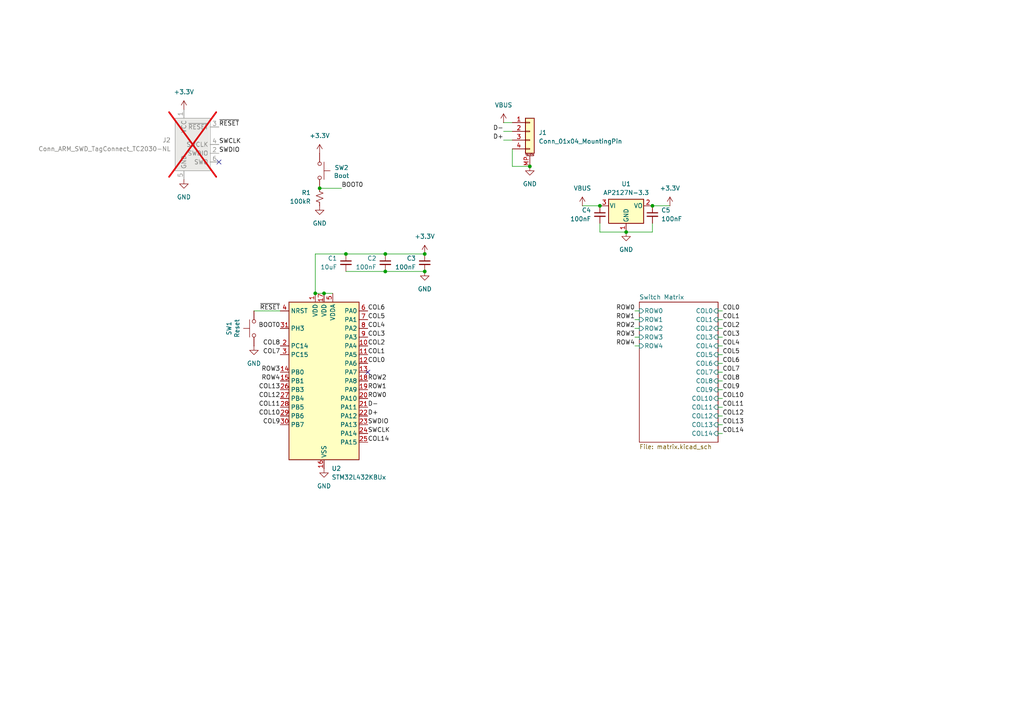
<source format=kicad_sch>
(kicad_sch (version 20231120) (generator "eeschema") (generator_version "8.0")
  (paper "A4")
  (title_block (title "Bakeneko 65 V3") (date "2020-08-01") (rev "1") (comment 1 "Copyright © 2020 kkatano") (comment 2 "MIT License"))
  (lib_symbols
    (symbol "Connector:Conn_ARM_SWD_TagConnect_TC2030-NL" (in_bom no)
      (property "Reference" "J" (at 2.54 11.43 0))
      (property "Value" "Conn_ARM_SWD_TagConnect_TC2030-NL" (at 2.54 8.89 0))
      (symbol "Conn_ARM_SWD_TagConnect_TC2030-NL_0_0"
        (pin power_in line (at -2.54 10.16 270) (length 2.54) (name "VCC") (number "1"))
        (pin bidirectional line (at 7.62 -2.54 180) (length 2.54) (name "SWDIO") (number "2"))
        (pin open_collector line (at 7.62 5.08 180) (length 2.54) (name "~{RESET}") (number "3"))
        (pin output line (at 7.62 0 180) (length 2.54) (name "SWCLK") (number "4"))
        (pin power_in line (at -2.54 -10.16 90) (length 2.54) (name "GND") (number "5"))
        (pin input line (at 7.62 -5.08 180) (length 2.54) (name "SWO") (number "6"))
      )
      (symbol "Conn_ARM_SWD_TagConnect_TC2030-NL_0_1"
        (rectangle (start -5.08 7.62) (end 5.08 -7.62) (fill (type background)))
      )
    )
    (symbol "Connector_Generic_MountingPin:Conn_01x04_MountingPin" (pin_names (offset 1.016) hide)
      (property "Reference" "J" (at 0 5.08 0))
      (property "Value" "Conn_01x04_MountingPin" (at 1.27 -7.62 0))
      (symbol "Conn_01x04_MountingPin_1_1"
        (rectangle (start -1.27 -4.953) (end 0 -5.207) (stroke (width 0.1524)))
        (rectangle (start -1.27 -2.413) (end 0 -2.667) (stroke (width 0.1524)))
        (rectangle (start -1.27 0.127) (end 0 -0.127) (stroke (width 0.1524)))
        (rectangle (start -1.27 2.667) (end 0 2.413) (stroke (width 0.1524)))
        (rectangle (start -1.27 3.81) (end 1.27 -6.35) (stroke (width 0.254)) (fill (type background)))
        (polyline (pts (xy -1.016 -7.112) (xy 1.016 -7.112)) (stroke (width 0.1524)))
        (text "Mounting" (at 0 -6.731 0) (effects (font (size 0.381 0.381))))
        (pin passive line (at -5.08 2.54 0) (length 3.81) (name "Pin_1") (number "1"))
        (pin passive line (at -5.08 0 0) (length 3.81) (name "Pin_2") (number "2"))
        (pin passive line (at -5.08 -2.54 0) (length 3.81) (name "Pin_3") (number "3"))
        (pin passive line (at -5.08 -5.08 0) (length 3.81) (name "Pin_4") (number "4"))
        (pin passive line (at 0 -10.16 90) (length 3.048) (name "MountPin") (number "MP"))
      )
    )
    (symbol "Device:C_Small" (pin_numbers hide) (pin_names (offset 0.254) hide)
      (property "Reference" "C" (at 0.254 1.778 0))
      (property "Value" "C_Small" (at 0.254 -2.032 0))
      (symbol "C_Small_0_1"
        (polyline (pts (xy -1.524 -0.508) (xy 1.524 -0.508)) (stroke (width 0.3302)))
        (polyline (pts (xy -1.524 0.508) (xy 1.524 0.508)) (stroke (width 0.3048)))
      )
      (symbol "C_Small_1_1"
        (pin passive line (at 0 2.54 270) (length 2.032) (name "~") (number "1"))
        (pin passive line (at 0 -2.54 90) (length 2.032) (name "~") (number "2"))
      )
    )
    (symbol "Device:R_Small_US" (pin_numbers hide) (pin_names (offset 0.254) hide)
      (property "Reference" "R" (at 0.762 0.508 0))
      (property "Value" "R_Small_US" (at 0.762 -1.016 0))
      (symbol "R_Small_US_1_1"
        (polyline (pts (xy 0 0) (xy 1.016 -0.381) (xy 0 -0.762) (xy -1.016 -1.143) (xy 0 -1.524)))
        (polyline (pts (xy 0 1.524) (xy 1.016 1.143) (xy 0 0.762) (xy -1.016 0.381) (xy 0 0)))
        (pin passive line (at 0 2.54 270) (length 1.016) (name "~") (number "1"))
        (pin passive line (at 0 -2.54 90) (length 1.016) (name "~") (number "2"))
      )
    )
    (symbol "MCU_ST_STM32L4:STM32L432KBUx"
      (property "Reference" "U" (at -10.16 24.13 0))
      (property "Value" "STM32L432KBUx" (at 5.08 24.13 0))
      (symbol "STM32L432KBUx_0_1"
        (rectangle (start -10.16 -22.86) (end 10.16 22.86) (stroke (width 0.254)) (fill (type background)))
      )
      (symbol "STM32L432KBUx_1_1"
        (pin power_in line (at -2.54 25.4 270) (length 2.54) (name "VDD") (number "1"))
        (pin bidirectional line (at 12.7 10.16 180) (length 2.54) (name "PA4") (number "10"))
        (pin bidirectional line (at 12.7 7.62 180) (length 2.54) (name "PA5") (number "11"))
        (pin bidirectional line (at 12.7 5.08 180) (length 2.54) (name "PA6") (number "12"))
        (pin bidirectional line (at 12.7 2.54 180) (length 2.54) (name "PA7") (number "13"))
        (pin bidirectional line (at -12.7 2.54 0) (length 2.54) (name "PB0") (number "14"))
        (pin bidirectional line (at -12.7 0 0) (length 2.54) (name "PB1") (number "15"))
        (pin power_in line (at 0 -25.4 90) (length 2.54) (name "VSS") (number "16"))
        (pin power_in line (at 0 25.4 270) (length 2.54) (name "VDD") (number "17"))
        (pin bidirectional line (at 12.7 0 180) (length 2.54) (name "PA8") (number "18"))
        (pin bidirectional line (at 12.7 -2.54 180) (length 2.54) (name "PA9") (number "19"))
        (pin bidirectional line (at -12.7 10.16 0) (length 2.54) (name "PC14") (number "2"))
        (pin bidirectional line (at 12.7 -5.08 180) (length 2.54) (name "PA10") (number "20"))
        (pin bidirectional line (at 12.7 -7.62 180) (length 2.54) (name "PA11") (number "21"))
        (pin bidirectional line (at 12.7 -10.16 180) (length 2.54) (name "PA12") (number "22"))
        (pin bidirectional line (at 12.7 -12.7 180) (length 2.54) (name "PA13") (number "23"))
        (pin bidirectional line (at 12.7 -15.24 180) (length 2.54) (name "PA14") (number "24"))
        (pin bidirectional line (at 12.7 -17.78 180) (length 2.54) (name "PA15") (number "25"))
        (pin bidirectional line (at -12.7 -2.54 0) (length 2.54) (name "PB3") (number "26"))
        (pin bidirectional line (at -12.7 -5.08 0) (length 2.54) (name "PB4") (number "27"))
        (pin bidirectional line (at -12.7 -7.62 0) (length 2.54) (name "PB5") (number "28"))
        (pin bidirectional line (at -12.7 -10.16 0) (length 2.54) (name "PB6") (number "29"))
        (pin bidirectional line (at -12.7 7.62 0) (length 2.54) (name "PC15") (number "3"))
        (pin bidirectional line (at -12.7 -12.7 0) (length 2.54) (name "PB7") (number "30"))
        (pin bidirectional line (at -12.7 15.24 0) (length 2.54) (name "PH3") (number "31"))
        (pin passive line (at 0 -25.4 90) (length 2.54) hide (name "VSS") (number "32"))
        (pin passive line (at 0 -25.4 90) (length 2.54) hide (name "VSS") (number "33"))
        (pin input line (at -12.7 20.32 0) (length 2.54) (name "NRST") (number "4"))
        (pin power_in line (at 2.54 25.4 270) (length 2.54) (name "VDDA") (number "5"))
        (pin bidirectional line (at 12.7 20.32 180) (length 2.54) (name "PA0") (number "6"))
        (pin bidirectional line (at 12.7 17.78 180) (length 2.54) (name "PA1") (number "7"))
        (pin bidirectional line (at 12.7 15.24 180) (length 2.54) (name "PA2") (number "8"))
        (pin bidirectional line (at 12.7 12.7 180) (length 2.54) (name "PA3") (number "9"))
      )
    )
    (symbol "Regulator_Linear:AP2127N-3.3" (pin_names (offset 0.254))
      (property "Reference" "U" (at -3.81 3.175 0))
      (property "Value" "AP2127N-3.3" (at 0 3.175 0))
      (symbol "AP2127N-3.3_0_1"
        (rectangle (start -5.08 1.905) (end 5.08 -5.08) (stroke (width 0.254)) (fill (type background)))
      )
      (symbol "AP2127N-3.3_1_1"
        (pin power_in line (at 0 -7.62 90) (length 2.54) (name "GND") (number "1"))
        (pin power_out line (at 7.62 0 180) (length 2.54) (name "VO") (number "2"))
        (pin power_in line (at -7.62 0 0) (length 2.54) (name "VI") (number "3"))
      )
    )
    (symbol "Switch:SW_Push" (pin_numbers hide) (pin_names (offset 1.016) hide)
      (property "Reference" "SW" (at 1.27 2.54 0))
      (property "Value" "SW_Push" (at 0 -1.524 0))
      (symbol "SW_Push_0_1"
        (circle (center -2.032 0) (radius 0.508))
        (polyline (pts (xy 0 1.27) (xy 0 3.048)))
        (polyline (pts (xy 2.54 1.27) (xy -2.54 1.27)))
        (circle (center 2.032 0) (radius 0.508))
        (pin passive line (at -5.08 0 0) (length 2.54) (name "1") (number "1"))
        (pin passive line (at 5.08 0 180) (length 2.54) (name "2") (number "2"))
      )
    )
    (symbol "power:+3.3V" (power) (pin_numbers hide) (pin_names (offset 0) hide)
      (property "Value" "+3.3V" (at 0 3.556 0))
      (symbol "+3.3V_0_1"
        (polyline (pts (xy -0.762 1.27) (xy 0 2.54)))
        (polyline (pts (xy 0 0) (xy 0 2.54)))
        (polyline (pts (xy 0 2.54) (xy 0.762 1.27)))
      )
      (symbol "+3.3V_1_1"
        (pin power_in line (at 0 0 90) (length 0) (name "~") (number "1"))
      )
    )
    (symbol "power:GND" (power) (pin_numbers hide) (pin_names (offset 0) hide)
      (property "Value" "GND" (at 0 -3.81 0))
      (symbol "GND_0_1"
        (polyline (pts (xy 0 0) (xy 0 -1.27) (xy 1.27 -1.27) (xy 0 -2.54) (xy -1.27 -1.27) (xy 0 -1.27)))
      )
      (symbol "GND_1_1"
        (pin power_in line (at 0 0 270) (length 0) (name "~") (number "1"))
      )
    )
    (symbol "power:VBUS" (power) (pin_numbers hide) (pin_names (offset 0) hide)
      (property "Value" "VBUS" (at 0 3.556 0))
      (symbol "VBUS_0_1"
        (polyline (pts (xy -0.762 1.27) (xy 0 2.54)))
        (polyline (pts (xy 0 0) (xy 0 2.54)))
        (polyline (pts (xy 0 2.54) (xy 0.762 1.27)))
      )
      (symbol "VBUS_1_1"
        (pin power_in line (at 0 0 90) (length 0) (name "~") (number "1"))
      )
    )
  )
  (junction (at 153.67 48.26))
  (junction (at 91.44 85.09))
  (junction (at 93.98 85.09))
  (junction (at 181.61 67.31))
  (junction (at 123.19 78.74))
  (junction (at 123.19 73.66))
  (junction (at 189.23 59.69))
  (junction (at 111.76 78.74))
  (junction (at 100.33 73.66))
  (junction (at 111.76 73.66))
  (junction (at 92.71 54.61))
  (junction (at 173.99 59.69))
  (no_connect (at 63.5 46.99))
  (no_connect (at 106.68 107.95))
  (wire (pts (xy 184.15 100.33) (xy 185.42 100.33)))
  (wire (pts (xy 173.99 64.77) (xy 173.99 67.31)))
  (wire (pts (xy 209.55 97.79) (xy 208.28 97.79)))
  (wire (pts (xy 209.55 118.11) (xy 208.28 118.11)))
  (wire (pts (xy 209.55 125.73) (xy 208.28 125.73)))
  (wire (pts (xy 189.23 67.31) (xy 189.23 64.77)))
  (wire (pts (xy 184.15 97.79) (xy 185.42 97.79)))
  (wire (pts (xy 209.55 95.25) (xy 208.28 95.25)))
  (wire (pts (xy 111.76 78.74) (xy 123.19 78.74)))
  (wire (pts (xy 209.55 107.95) (xy 208.28 107.95)))
  (wire (pts (xy 173.99 67.31) (xy 181.61 67.31)))
  (wire (pts (xy 209.55 110.49) (xy 208.28 110.49)))
  (wire (pts (xy 209.55 120.65) (xy 208.28 120.65)))
  (wire (pts (xy 111.76 73.66) (xy 123.19 73.66)))
  (wire (pts (xy 148.59 43.18) (xy 148.59 48.26)))
  (wire (pts (xy 168.91 59.69) (xy 173.99 59.69)))
  (wire (pts (xy 189.23 59.69) (xy 194.31 59.69)))
  (wire (pts (xy 100.33 73.66) (xy 91.44 73.66)))
  (wire (pts (xy 91.44 85.09) (xy 93.98 85.09)))
  (wire (pts (xy 100.33 73.66) (xy 111.76 73.66)))
  (wire (pts (xy 184.15 92.71) (xy 185.42 92.71)))
  (wire (pts (xy 148.59 48.26) (xy 153.67 48.26)))
  (wire (pts (xy 209.55 115.57) (xy 208.28 115.57)))
  (wire (pts (xy 100.33 78.74) (xy 111.76 78.74)))
  (wire (pts (xy 92.71 54.61) (xy 99.06 54.61)))
  (wire (pts (xy 146.05 35.56) (xy 148.59 35.56)))
  (wire (pts (xy 146.05 38.1) (xy 148.59 38.1)))
  (wire (pts (xy 209.55 113.03) (xy 208.28 113.03)))
  (wire (pts (xy 93.98 85.09) (xy 96.52 85.09)))
  (wire (pts (xy 73.66 90.17) (xy 81.28 90.17)))
  (wire (pts (xy 91.44 73.66) (xy 91.44 85.09)))
  (wire (pts (xy 148.59 40.64) (xy 146.05 40.64)))
  (wire (pts (xy 209.55 92.71) (xy 208.28 92.71)))
  (wire (pts (xy 184.15 90.17) (xy 185.42 90.17)))
  (wire (pts (xy 209.55 100.33) (xy 208.28 100.33)))
  (wire (pts (xy 209.55 90.17) (xy 208.28 90.17)))
  (wire (pts (xy 181.61 67.31) (xy 189.23 67.31)))
  (wire (pts (xy 209.55 123.19) (xy 208.28 123.19)))
  (wire (pts (xy 209.55 105.41) (xy 208.28 105.41)))
  (wire (pts (xy 184.15 95.25) (xy 185.42 95.25)))
  (wire (pts (xy 209.55 102.87) (xy 208.28 102.87)))
  (label "COL2" (at 106.68 100.33 0))
  (label "COL0" (at 106.68 105.41 0))
  (label "SWCLK" (at 106.68 125.73 0))
  (label "COL11" (at 209.55 118.11 0))
  (label "COL12" (at 209.55 120.65 0))
  (label "COL14" (at 106.68 128.27 0))
  (label "COL7" (at 81.28 102.87 180))
  (label "COL10" (at 209.55 115.57 0))
  (label "COL11" (at 81.28 118.11 180))
  (label "ROW1" (at 106.68 113.03 0))
  (label "D+" (at 146.05 40.64 180))
  (label "COL2" (at 209.55 95.25 0))
  (label "COL12" (at 81.28 115.57 180))
  (label "COL6" (at 106.68 90.17 0))
  (label "COL0" (at 209.55 90.17 0))
  (label "BOOT0" (at 99.06 54.61 0))
  (label "ROW4" (at 184.15 100.33 180))
  (label "SWDIO" (at 106.68 123.19 0))
  (label "COL9" (at 81.28 123.19 180))
  (label "COL13" (at 81.28 113.03 180))
  (label "COL8" (at 209.55 110.49 0))
  (label "ROW2" (at 106.68 110.49 0))
  (label "COL5" (at 209.55 102.87 0))
  (label "ROW2" (at 184.15 95.25 180))
  (label "SWDIO" (at 63.5 44.45 0))
  (label "COL6" (at 209.55 105.41 0))
  (label "COL3" (at 106.68 97.79 0))
  (label "COL9" (at 209.55 113.03 0))
  (label "D+" (at 106.68 120.65 0))
  (label "SWCLK" (at 63.5 41.91 0))
  (label "COL8" (at 81.28 100.33 180))
  (label "ROW1" (at 184.15 92.71 180))
  (label "ROW4" (at 81.28 110.49 180))
  (label "D-" (at 106.68 118.11 0))
  (label "~{RESET}" (at 63.5 36.83 0))
  (label "ROW0" (at 106.68 115.57 0))
  (label "COL1" (at 209.55 92.71 0))
  (label "COL4" (at 106.68 95.25 0))
  (label "D-" (at 146.05 38.1 180))
  (label "ROW3" (at 81.28 107.95 180))
  (label "BOOT0" (at 81.28 95.25 180))
  (label "COL3" (at 209.55 97.79 0))
  (label "ROW3" (at 184.15 97.79 180))
  (label "~{RESET}" (at 81.28 90.17 180))
  (label "COL5" (at 106.68 92.71 0))
  (label "COL4" (at 209.55 100.33 0))
  (label "COL7" (at 209.55 107.95 0))
  (label "COL10" (at 81.28 120.65 180))
  (label "COL1" (at 106.68 102.87 0))
  (label "COL13" (at 209.55 123.19 0))
  (label "COL14" (at 209.55 125.73 0))
  (label "ROW0" (at 184.15 90.17 180))
  (symbol (lib_id "Switch:SW_Push") (at 92.71 49.53 270) (mirror x) (unit 1)
    (property "Reference" "SW2" (at 99.06 48.641 90))
    (property "Value" "Boot" (at 99.06 50.9524 90))
    (property "Footprint" "Button_Switch_SMD:SW_SPST_TL3342" (effects (hide yes)))
    (property "Description" "Push button switch, generic, two pins" (effects (hide yes)))
    (property "LCSC" "C318884" (effects (hide yes)))
  )
  (symbol (lib_id "Device:C_Small") (at 123.19 76.2 0) (unit 1)
    (property "Reference" "C3" (at 120.65 74.9362 0) (effects (justify right)))
    (property "Value" "100nF" (at 120.65 77.4762 0) (effects (justify right)))
    (property "Footprint" "Capacitor_SMD:C_0402_1005Metric" (effects (hide yes)))
    (property "Description" "Unpolarized capacitor, small symbol" (effects (hide yes)))
    (property "LCSC" "C1525" (effects (hide yes)))
  )
  (symbol (lib_id "Connector_Generic_MountingPin:Conn_01x04_MountingPin") (at 153.67 38.1 0) (unit 1)
    (property "Reference" "J1" (at 156.21 38.4555 0) (effects (justify left)))
    (property "Value" "Conn_01x04_MountingPin" (at 156.21 40.9955 0) (effects (justify left)))
    (property "Footprint" "Connector_JST:JST_SH_SM04B-SRSS-TB_1x04-1MP_P1.00mm_Horizontal" (effects (hide yes)))
    (property "Description" "Generic connectable mounting pin connector, single row, 01x04, script generated (kicad-library-utils/schlib/autogen/connector/)" (effects (hide yes)))
    (property "LCSC" "C160404" (effects (hide yes)))
  )
  (symbol (lib_id "Switch:SW_Push") (at 73.66 95.25 90) (unit 1)
    (property "Reference" "SW1" (at 66.421 95.25 0))
    (property "Value" "Reset" (at 68.7324 95.25 0))
    (property "Footprint" "Button_Switch_SMD:SW_SPST_TL3342" (effects (hide yes)))
    (property "Description" "Push button switch, generic, two pins" (effects (hide yes)))
    (property "LCSC" "C318884" (effects (hide yes)))
  )
  (symbol (lib_id "MCU_ST_STM32L4:STM32L432KBUx") (at 93.98 110.49 0) (unit 1)
    (property "Reference" "U2" (at 96.1741 135.89 0) (effects (justify left)))
    (property "Value" "STM32L432KBUx" (at 96.1741 138.43 0) (effects (justify left)))
    (property "Footprint" "Package_DFN_QFN:QFN-32-1EP_5x5mm_P0.5mm_EP3.45x3.45mm_ThermalVias" (effects (hide yes)))
    (property "Datasheet" "https://www.st.com/resource/en/datasheet/stm32l432kb.pdf" (effects (hide yes)))
    (property "Description" "STMicroelectronics Arm Cortex-M4 MCU, 128KB flash, 64KB RAM, 80 MHz, 1.71-3.6V, 26 GPIO, UFQFPN32" (effects (hide yes)))
    (property "LCSC" "C94784" (effects (hide yes)))
  )
  (symbol (lib_id "power:GND") (at 123.19 78.74 0) (unit 1)
    (property "Reference" "#PWR012" (effects (hide yes)))
    (property "Value" "GND" (at 123.19 83.82 0))
    (property "Description" "Power symbol creates a global label with name \"GND\" , ground" (effects (hide yes)))
  )
  (symbol (lib_id "power:GND") (at 53.34 52.07 0) (unit 1)
    (property "Reference" "#PWR06" (effects (hide yes)))
    (property "Value" "GND" (at 53.34 57.15 0))
    (property "Description" "Power symbol creates a global label with name \"GND\" , ground" (effects (hide yes)))
  )
  (symbol (lib_id "Device:C_Small") (at 111.76 76.2 0) (unit 1)
    (property "Reference" "C2" (at 109.22 74.9362 0) (effects (justify right)))
    (property "Value" "100nF" (at 109.22 77.4762 0) (effects (justify right)))
    (property "Footprint" "Capacitor_SMD:C_0402_1005Metric" (effects (hide yes)))
    (property "Description" "Unpolarized capacitor, small symbol" (effects (hide yes)))
    (property "LCSC" "C1525" (effects (hide yes)))
  )
  (symbol (lib_id "Device:C_Small") (at 100.33 76.2 0) (unit 1)
    (property "Reference" "C1" (at 97.79 74.9362 0) (effects (justify right)))
    (property "Value" "10uF" (at 97.79 77.4762 0) (effects (justify right)))
    (property "Footprint" "Capacitor_SMD:C_0402_1005Metric" (effects (hide yes)))
    (property "Description" "Unpolarized capacitor, small symbol" (effects (hide yes)))
    (property "LCSC" "C15525" (effects (hide yes)))
  )
  (symbol (lib_id "power:+3.3V") (at 123.19 73.66 0) (unit 1)
    (property "Reference" "#PWR07" (effects (hide yes)))
    (property "Value" "+3.3V" (at 123.19 68.58 0))
    (property "Description" "Power symbol creates a global label with name \"+3.3V\"" (effects (hide yes)))
  )
  (symbol (lib_id "Device:C_Small") (at 189.23 62.23 0) (mirror y) (unit 1)
    (property "Reference" "C5" (at 191.77 60.9662 0) (effects (justify right)))
    (property "Value" "100nF" (at 191.77 63.5062 0) (effects (justify right)))
    (property "Footprint" "Capacitor_SMD:C_0402_1005Metric" (effects (hide yes)))
    (property "Description" "Unpolarized capacitor, small symbol" (effects (hide yes)))
    (property "LCSC" "C1525" (effects (hide yes)))
  )
  (symbol (lib_id "power:+3.3V") (at 92.71 44.45 0) (mirror y) (unit 1)
    (property "Reference" "#PWR011" (effects (hide yes)))
    (property "Value" "+3.3V" (at 92.71 39.37 0))
    (property "Description" "Power symbol creates a global label with name \"+3.3V\"" (effects (hide yes)))
  )
  (symbol (lib_id "power:GND") (at 153.67 48.26 0) (unit 1)
    (property "Reference" "#PWR01" (effects (hide yes)))
    (property "Value" "GND" (at 153.67 53.34 0))
    (property "Description" "Power symbol creates a global label with name \"GND\" , ground" (effects (hide yes)))
  )
  (symbol (lib_id "power:GND") (at 181.61 67.31 0) (unit 1)
    (property "Reference" "#PWR02" (effects (hide yes)))
    (property "Value" "GND" (at 181.61 72.39 0))
    (property "Description" "Power symbol creates a global label with name \"GND\" , ground" (effects (hide yes)))
  )
  (symbol (lib_id "power:+3.3V") (at 194.31 59.69 0) (unit 1)
    (property "Reference" "#PWR04" (effects (hide yes)))
    (property "Value" "+3.3V" (at 194.31 54.61 0))
    (property "Description" "Power symbol creates a global label with name \"+3.3V\"" (effects (hide yes)))
  )
  (symbol (lib_id "power:GND") (at 93.98 135.89 0) (unit 1)
    (property "Reference" "#PWR013" (effects (hide yes)))
    (property "Value" "GND" (at 93.98 140.97 0))
    (property "Description" "Power symbol creates a global label with name \"GND\" , ground" (effects (hide yes)))
  )
  (symbol (lib_id "power:+3.3V") (at 53.34 31.75 0) (unit 1)
    (property "Reference" "#PWR05" (effects (hide yes)))
    (property "Value" "+3.3V" (at 53.34 26.67 0))
    (property "Description" "Power symbol creates a global label with name \"+3.3V\"" (effects (hide yes)))
  )
  (symbol (lib_id "Connector:Conn_ARM_SWD_TagConnect_TC2030-NL") (at 55.88 41.91 0) (unit 1) (in_bom no) (dnp yes)
    (property "Reference" "J2" (at 49.53 40.6399 0) (effects (justify right)))
    (property "Value" "Conn_ARM_SWD_TagConnect_TC2030-NL" (at 49.53 43.1799 0) (effects (justify right)))
    (property "Footprint" "Connector:Tag-Connect_TC2030-IDC-NL_2x03_P1.27mm_Vertical" (effects (hide yes)))
    (property "Datasheet" "https://www.tag-connect.com/wp-content/uploads/bsk-pdf-manager/TC2030-CTX_1.pdf" (effects (hide yes)))
    (property "Description" "Tag-Connect ARM Cortex SWD JTAG connector, 6 pin, no legs" (effects (hide yes)))
  )
  (symbol (lib_id "power:VBUS") (at 168.91 59.69 0) (unit 1)
    (property "Reference" "#PWR03" (effects (hide yes)))
    (property "Value" "VBUS" (at 168.91 54.61 0))
    (property "Description" "Power symbol creates a global label with name \"VBUS\"" (effects (hide yes)))
  )
  (symbol (lib_id "power:GND") (at 92.71 59.69 0) (unit 1)
    (property "Reference" "#PWR010" (effects (hide yes)))
    (property "Value" "GND" (at 92.71 64.77 0))
    (property "Description" "Power symbol creates a global label with name \"GND\" , ground" (effects (hide yes)))
  )
  (symbol (lib_id "power:GND") (at 73.66 100.33 0) (unit 1)
    (property "Reference" "#PWR09" (effects (hide yes)))
    (property "Value" "GND" (at 73.66 105.41 0))
    (property "Description" "Power symbol creates a global label with name \"GND\" , ground" (effects (hide yes)))
  )
  (symbol (lib_id "Regulator_Linear:AP2127N-3.3") (at 181.61 59.69 0) (unit 1)
    (property "Reference" "U1" (at 181.61 53.34 0))
    (property "Value" "AP2127N-3.3" (at 181.61 55.88 0))
    (property "Footprint" "Package_TO_SOT_SMD:SOT-23" (effects (hide yes)))
    (property "Datasheet" "https://www.diodes.com/assets/Datasheets/AP2127.pdf" (effects (hide yes)))
    (property "Description" "300mA low dropout linear regulator, shutdown pin, 2.5V-6V input voltage, 3.3V fixed positive output, SOT-23 package" (effects (hide yes)))
    (property "LCSC" "C5446" (effects (hide yes)))
  )
  (symbol (lib_id "Device:C_Small") (at 173.99 62.23 0) (unit 1)
    (property "Reference" "C4" (at 171.45 60.9662 0) (effects (justify right)))
    (property "Value" "100nF" (at 171.45 63.5062 0) (effects (justify right)))
    (property "Footprint" "Capacitor_SMD:C_0402_1005Metric" (effects (hide yes)))
    (property "Description" "Unpolarized capacitor, small symbol" (effects (hide yes)))
    (property "LCSC" "C1525" (effects (hide yes)))
  )
  (symbol (lib_id "power:VBUS") (at 146.05 35.56 0) (unit 1)
    (property "Reference" "#PWR08" (effects (hide yes)))
    (property "Value" "VBUS" (at 146.05 30.48 0))
    (property "Description" "Power symbol creates a global label with name \"VBUS\"" (effects (hide yes)))
  )
  (symbol (lib_id "Device:R_Small_US") (at 92.71 57.15 0) (unit 1)
    (property "Reference" "R1" (at 90.17 55.8799 0) (effects (justify right)))
    (property "Value" "100kR" (at 90.17 58.4199 0) (effects (justify right)))
    (property "Footprint" "Resistor_SMD:R_0402_1005Metric" (effects (hide yes)))
    (property "Description" "Resistor, small US symbol" (effects (hide yes)))
    (property "LCSC" "C25741" (effects (hide yes)))
  )
  (sheet (at 185.42 87.63) (size 22.86 40.64)
    (property "Sheetname" "Switch Matrix" (at 185.42 86.9184 0) (effects (justify left bottom)))
    (property "Sheetfile" "matrix.kicad_sch" (at 185.42 128.8546 0) (effects (justify left top)))
    (pin "ROW1" input (at 185.42 92.71 180))
    (pin "ROW2" input (at 185.42 95.25 180))
    (pin "ROW3" input (at 185.42 97.79 180))
    (pin "ROW4" input (at 185.42 100.33 180))
    (pin "ROW0" input (at 185.42 90.17 180))
    (pin "COL6" input (at 208.28 105.41 0))
    (pin "COL5" input (at 208.28 102.87 0))
    (pin "COL4" input (at 208.28 100.33 0))
    (pin "COL3" input (at 208.28 97.79 0))
    (pin "COL2" input (at 208.28 95.25 0))
    (pin "COL1" input (at 208.28 92.71 0))
    (pin "COL0" input (at 208.28 90.17 0))
    (pin "COL11" input (at 208.28 118.11 0))
    (pin "COL13" input (at 208.28 123.19 0))
    (pin "COL12" input (at 208.28 120.65 0))
    (pin "COL14" input (at 208.28 125.73 0))
    (pin "COL10" input (at 208.28 115.57 0))
    (pin "COL8" input (at 208.28 110.49 0))
    (pin "COL7" input (at 208.28 107.95 0))
    (pin "COL9" input (at 208.28 113.03 0))
  )
)
</source>
